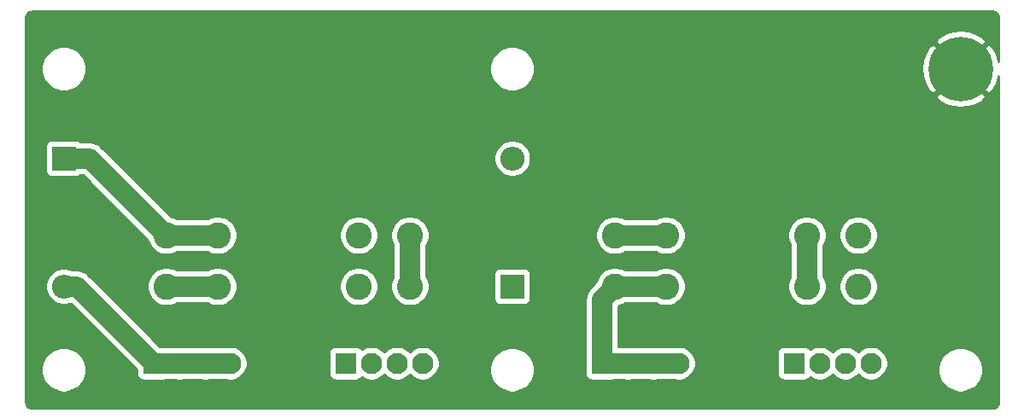
<source format=gbr>
G04 #@! TF.GenerationSoftware,KiCad,Pcbnew,(5.1.5)-3*
G04 #@! TF.CreationDate,2020-04-17T22:42:38-05:00*
G04 #@! TF.ProjectId,Breadboard-Power-Connectors,42726561-6462-46f6-9172-642d506f7765,rev?*
G04 #@! TF.SameCoordinates,Original*
G04 #@! TF.FileFunction,Copper,L1,Top*
G04 #@! TF.FilePolarity,Positive*
%FSLAX46Y46*%
G04 Gerber Fmt 4.6, Leading zero omitted, Abs format (unit mm)*
G04 Created by KiCad (PCBNEW (5.1.5)-3) date 2020-04-17 22:42:38*
%MOMM*%
%LPD*%
G04 APERTURE LIST*
%ADD10R,2.400000X2.400000*%
%ADD11O,2.400000X2.400000*%
%ADD12C,6.400000*%
%ADD13C,2.600000*%
%ADD14R,2.100000X2.100000*%
%ADD15C,2.100000*%
%ADD16C,2.000000*%
%ADD17C,0.254000*%
G04 APERTURE END LIST*
D10*
X101600000Y-72390000D03*
D11*
X101600000Y-85090000D03*
X146050000Y-72390000D03*
D10*
X146050000Y-85090000D03*
D12*
X190500000Y-63500000D03*
D13*
X116840000Y-80010000D03*
X111760000Y-80010000D03*
X116840000Y-85090000D03*
X111760000Y-85090000D03*
D14*
X110490000Y-92710000D03*
D15*
X113030000Y-92710000D03*
X115570000Y-92710000D03*
X118110000Y-92710000D03*
D13*
X130810000Y-85090000D03*
X135890000Y-85090000D03*
X130810000Y-80010000D03*
X135890000Y-80010000D03*
D15*
X137160000Y-92710000D03*
X134620000Y-92710000D03*
X132080000Y-92710000D03*
D14*
X129540000Y-92710000D03*
D13*
X161290000Y-80010000D03*
X156210000Y-80010000D03*
X161290000Y-85090000D03*
X156210000Y-85090000D03*
D14*
X154940000Y-92710000D03*
D15*
X157480000Y-92710000D03*
X160020000Y-92710000D03*
X162560000Y-92710000D03*
D13*
X175260000Y-85090000D03*
X180340000Y-85090000D03*
X175260000Y-80010000D03*
X180340000Y-80010000D03*
D14*
X173990000Y-92710000D03*
D15*
X176530000Y-92710000D03*
X179070000Y-92710000D03*
X181610000Y-92710000D03*
D16*
X104140000Y-72390000D02*
X111760000Y-80010000D01*
X101600000Y-72390000D02*
X104140000Y-72390000D01*
X111760000Y-80010000D02*
X116840000Y-80010000D01*
X111760000Y-85090000D02*
X116840000Y-85090000D01*
X118110000Y-92710000D02*
X115570000Y-92710000D01*
X115570000Y-92710000D02*
X113030000Y-92710000D01*
X110490000Y-92710000D02*
X113030000Y-92710000D01*
X102870000Y-85090000D02*
X110490000Y-92710000D01*
X101600000Y-85090000D02*
X102870000Y-85090000D01*
X135890000Y-80010000D02*
X135890000Y-85090000D01*
X154940000Y-86360000D02*
X156210000Y-85090000D01*
X154940000Y-92710000D02*
X154940000Y-86360000D01*
X154940000Y-92710000D02*
X157480000Y-92710000D01*
X157480000Y-92710000D02*
X160020000Y-92710000D01*
X160020000Y-92710000D02*
X162560000Y-92710000D01*
X156210000Y-85090000D02*
X161290000Y-85090000D01*
X156210000Y-80010000D02*
X161290000Y-80010000D01*
X175260000Y-80010000D02*
X175260000Y-85090000D01*
D17*
G36*
X193792869Y-57824722D02*
G01*
X193906246Y-57858953D01*
X194010819Y-57914555D01*
X194102596Y-57989407D01*
X194178091Y-58080664D01*
X194234419Y-58184844D01*
X194269440Y-58297976D01*
X194285000Y-58446022D01*
X194285000Y-62780986D01*
X194284178Y-62772062D01*
X194069452Y-62047792D01*
X193717555Y-61379330D01*
X193690548Y-61338912D01*
X193200881Y-60978724D01*
X190679605Y-63500000D01*
X193200881Y-66021276D01*
X193690548Y-65661088D01*
X194050849Y-64997118D01*
X194274694Y-64275615D01*
X194285000Y-64177335D01*
X194285001Y-96487711D01*
X194270278Y-96637869D01*
X194236047Y-96751246D01*
X194180446Y-96855817D01*
X194105594Y-96947595D01*
X194014335Y-97023091D01*
X193910160Y-97079419D01*
X193797024Y-97114440D01*
X193648979Y-97130000D01*
X98457279Y-97130000D01*
X98307131Y-97115278D01*
X98193754Y-97081047D01*
X98089183Y-97025446D01*
X97997405Y-96950594D01*
X97921909Y-96859335D01*
X97865581Y-96755160D01*
X97830560Y-96642024D01*
X97815000Y-96493979D01*
X97815000Y-93124872D01*
X99365000Y-93124872D01*
X99365000Y-93565128D01*
X99450890Y-93996925D01*
X99619369Y-94403669D01*
X99863962Y-94769729D01*
X100175271Y-95081038D01*
X100541331Y-95325631D01*
X100948075Y-95494110D01*
X101379872Y-95580000D01*
X101820128Y-95580000D01*
X102251925Y-95494110D01*
X102658669Y-95325631D01*
X103024729Y-95081038D01*
X103336038Y-94769729D01*
X103580631Y-94403669D01*
X103749110Y-93996925D01*
X103835000Y-93565128D01*
X103835000Y-93124872D01*
X103749110Y-92693075D01*
X103580631Y-92286331D01*
X103336038Y-91920271D01*
X103024729Y-91608962D01*
X102658669Y-91364369D01*
X102251925Y-91195890D01*
X101820128Y-91110000D01*
X101379872Y-91110000D01*
X100948075Y-91195890D01*
X100541331Y-91364369D01*
X100175271Y-91608962D01*
X99863962Y-91920271D01*
X99619369Y-92286331D01*
X99450890Y-92693075D01*
X99365000Y-93124872D01*
X97815000Y-93124872D01*
X97815000Y-84909268D01*
X99765000Y-84909268D01*
X99765000Y-85270732D01*
X99835518Y-85625250D01*
X99973844Y-85959199D01*
X100174662Y-86259744D01*
X100430256Y-86515338D01*
X100730801Y-86716156D01*
X101064750Y-86854482D01*
X101419268Y-86925000D01*
X101780732Y-86925000D01*
X102135250Y-86854482D01*
X102267475Y-86799713D01*
X108801928Y-93334167D01*
X108801928Y-93760000D01*
X108814188Y-93884482D01*
X108850498Y-94004180D01*
X108909463Y-94114494D01*
X108988815Y-94211185D01*
X109085506Y-94290537D01*
X109195820Y-94349502D01*
X109315518Y-94385812D01*
X109440000Y-94398072D01*
X111540000Y-94398072D01*
X111664482Y-94385812D01*
X111784180Y-94349502D01*
X111792603Y-94345000D01*
X112612677Y-94345000D01*
X112864042Y-94395000D01*
X113195958Y-94395000D01*
X113447323Y-94345000D01*
X115152677Y-94345000D01*
X115404042Y-94395000D01*
X115735958Y-94395000D01*
X115987323Y-94345000D01*
X117692677Y-94345000D01*
X117944042Y-94395000D01*
X118275958Y-94395000D01*
X118601496Y-94330246D01*
X118908147Y-94203228D01*
X119184125Y-94018825D01*
X119418825Y-93784125D01*
X119603228Y-93508147D01*
X119730246Y-93201496D01*
X119795000Y-92875958D01*
X119795000Y-92544042D01*
X119730246Y-92218504D01*
X119603228Y-91911853D01*
X119434945Y-91660000D01*
X127851928Y-91660000D01*
X127851928Y-93760000D01*
X127864188Y-93884482D01*
X127900498Y-94004180D01*
X127959463Y-94114494D01*
X128038815Y-94211185D01*
X128135506Y-94290537D01*
X128245820Y-94349502D01*
X128365518Y-94385812D01*
X128490000Y-94398072D01*
X130590000Y-94398072D01*
X130714482Y-94385812D01*
X130834180Y-94349502D01*
X130944494Y-94290537D01*
X131041185Y-94211185D01*
X131120537Y-94114494D01*
X131128042Y-94100454D01*
X131281853Y-94203228D01*
X131588504Y-94330246D01*
X131914042Y-94395000D01*
X132245958Y-94395000D01*
X132571496Y-94330246D01*
X132878147Y-94203228D01*
X133154125Y-94018825D01*
X133350000Y-93822950D01*
X133545875Y-94018825D01*
X133821853Y-94203228D01*
X134128504Y-94330246D01*
X134454042Y-94395000D01*
X134785958Y-94395000D01*
X135111496Y-94330246D01*
X135418147Y-94203228D01*
X135694125Y-94018825D01*
X135890000Y-93822950D01*
X136085875Y-94018825D01*
X136361853Y-94203228D01*
X136668504Y-94330246D01*
X136994042Y-94395000D01*
X137325958Y-94395000D01*
X137651496Y-94330246D01*
X137958147Y-94203228D01*
X138234125Y-94018825D01*
X138468825Y-93784125D01*
X138653228Y-93508147D01*
X138780246Y-93201496D01*
X138795487Y-93124872D01*
X143815000Y-93124872D01*
X143815000Y-93565128D01*
X143900890Y-93996925D01*
X144069369Y-94403669D01*
X144313962Y-94769729D01*
X144625271Y-95081038D01*
X144991331Y-95325631D01*
X145398075Y-95494110D01*
X145829872Y-95580000D01*
X146270128Y-95580000D01*
X146701925Y-95494110D01*
X147108669Y-95325631D01*
X147474729Y-95081038D01*
X147786038Y-94769729D01*
X148030631Y-94403669D01*
X148199110Y-93996925D01*
X148285000Y-93565128D01*
X148285000Y-93124872D01*
X148199110Y-92693075D01*
X148030631Y-92286331D01*
X147786038Y-91920271D01*
X147525767Y-91660000D01*
X153251928Y-91660000D01*
X153251928Y-93760000D01*
X153264188Y-93884482D01*
X153300498Y-94004180D01*
X153359463Y-94114494D01*
X153438815Y-94211185D01*
X153535506Y-94290537D01*
X153645820Y-94349502D01*
X153765518Y-94385812D01*
X153890000Y-94398072D01*
X155990000Y-94398072D01*
X156114482Y-94385812D01*
X156234180Y-94349502D01*
X156242603Y-94345000D01*
X157062677Y-94345000D01*
X157314042Y-94395000D01*
X157645958Y-94395000D01*
X157897323Y-94345000D01*
X159602677Y-94345000D01*
X159854042Y-94395000D01*
X160185958Y-94395000D01*
X160437323Y-94345000D01*
X162142677Y-94345000D01*
X162394042Y-94395000D01*
X162725958Y-94395000D01*
X163051496Y-94330246D01*
X163358147Y-94203228D01*
X163634125Y-94018825D01*
X163868825Y-93784125D01*
X164053228Y-93508147D01*
X164180246Y-93201496D01*
X164245000Y-92875958D01*
X164245000Y-92544042D01*
X164180246Y-92218504D01*
X164053228Y-91911853D01*
X163884945Y-91660000D01*
X172301928Y-91660000D01*
X172301928Y-93760000D01*
X172314188Y-93884482D01*
X172350498Y-94004180D01*
X172409463Y-94114494D01*
X172488815Y-94211185D01*
X172585506Y-94290537D01*
X172695820Y-94349502D01*
X172815518Y-94385812D01*
X172940000Y-94398072D01*
X175040000Y-94398072D01*
X175164482Y-94385812D01*
X175284180Y-94349502D01*
X175394494Y-94290537D01*
X175491185Y-94211185D01*
X175570537Y-94114494D01*
X175578042Y-94100454D01*
X175731853Y-94203228D01*
X176038504Y-94330246D01*
X176364042Y-94395000D01*
X176695958Y-94395000D01*
X177021496Y-94330246D01*
X177328147Y-94203228D01*
X177604125Y-94018825D01*
X177800000Y-93822950D01*
X177995875Y-94018825D01*
X178271853Y-94203228D01*
X178578504Y-94330246D01*
X178904042Y-94395000D01*
X179235958Y-94395000D01*
X179561496Y-94330246D01*
X179868147Y-94203228D01*
X180144125Y-94018825D01*
X180340000Y-93822950D01*
X180535875Y-94018825D01*
X180811853Y-94203228D01*
X181118504Y-94330246D01*
X181444042Y-94395000D01*
X181775958Y-94395000D01*
X182101496Y-94330246D01*
X182408147Y-94203228D01*
X182684125Y-94018825D01*
X182918825Y-93784125D01*
X183103228Y-93508147D01*
X183230246Y-93201496D01*
X183245487Y-93124872D01*
X188265000Y-93124872D01*
X188265000Y-93565128D01*
X188350890Y-93996925D01*
X188519369Y-94403669D01*
X188763962Y-94769729D01*
X189075271Y-95081038D01*
X189441331Y-95325631D01*
X189848075Y-95494110D01*
X190279872Y-95580000D01*
X190720128Y-95580000D01*
X191151925Y-95494110D01*
X191558669Y-95325631D01*
X191924729Y-95081038D01*
X192236038Y-94769729D01*
X192480631Y-94403669D01*
X192649110Y-93996925D01*
X192735000Y-93565128D01*
X192735000Y-93124872D01*
X192649110Y-92693075D01*
X192480631Y-92286331D01*
X192236038Y-91920271D01*
X191924729Y-91608962D01*
X191558669Y-91364369D01*
X191151925Y-91195890D01*
X190720128Y-91110000D01*
X190279872Y-91110000D01*
X189848075Y-91195890D01*
X189441331Y-91364369D01*
X189075271Y-91608962D01*
X188763962Y-91920271D01*
X188519369Y-92286331D01*
X188350890Y-92693075D01*
X188265000Y-93124872D01*
X183245487Y-93124872D01*
X183295000Y-92875958D01*
X183295000Y-92544042D01*
X183230246Y-92218504D01*
X183103228Y-91911853D01*
X182918825Y-91635875D01*
X182684125Y-91401175D01*
X182408147Y-91216772D01*
X182101496Y-91089754D01*
X181775958Y-91025000D01*
X181444042Y-91025000D01*
X181118504Y-91089754D01*
X180811853Y-91216772D01*
X180535875Y-91401175D01*
X180340000Y-91597050D01*
X180144125Y-91401175D01*
X179868147Y-91216772D01*
X179561496Y-91089754D01*
X179235958Y-91025000D01*
X178904042Y-91025000D01*
X178578504Y-91089754D01*
X178271853Y-91216772D01*
X177995875Y-91401175D01*
X177800000Y-91597050D01*
X177604125Y-91401175D01*
X177328147Y-91216772D01*
X177021496Y-91089754D01*
X176695958Y-91025000D01*
X176364042Y-91025000D01*
X176038504Y-91089754D01*
X175731853Y-91216772D01*
X175578042Y-91319546D01*
X175570537Y-91305506D01*
X175491185Y-91208815D01*
X175394494Y-91129463D01*
X175284180Y-91070498D01*
X175164482Y-91034188D01*
X175040000Y-91021928D01*
X172940000Y-91021928D01*
X172815518Y-91034188D01*
X172695820Y-91070498D01*
X172585506Y-91129463D01*
X172488815Y-91208815D01*
X172409463Y-91305506D01*
X172350498Y-91415820D01*
X172314188Y-91535518D01*
X172301928Y-91660000D01*
X163884945Y-91660000D01*
X163868825Y-91635875D01*
X163634125Y-91401175D01*
X163358147Y-91216772D01*
X163051496Y-91089754D01*
X162725958Y-91025000D01*
X162394042Y-91025000D01*
X162142677Y-91075000D01*
X160437323Y-91075000D01*
X160185958Y-91025000D01*
X159854042Y-91025000D01*
X159602677Y-91075000D01*
X157897323Y-91075000D01*
X157645958Y-91025000D01*
X157314042Y-91025000D01*
X157062677Y-91075000D01*
X156575000Y-91075000D01*
X156575000Y-87037238D01*
X156633586Y-86978652D01*
X156774419Y-86950639D01*
X157126566Y-86804775D01*
X157245958Y-86725000D01*
X160254042Y-86725000D01*
X160373434Y-86804775D01*
X160725581Y-86950639D01*
X161099419Y-87025000D01*
X161480581Y-87025000D01*
X161854419Y-86950639D01*
X162206566Y-86804775D01*
X162523491Y-86593013D01*
X162793013Y-86323491D01*
X163004775Y-86006566D01*
X163150639Y-85654419D01*
X163225000Y-85280581D01*
X163225000Y-84899419D01*
X163150639Y-84525581D01*
X163004775Y-84173434D01*
X162793013Y-83856509D01*
X162523491Y-83586987D01*
X162206566Y-83375225D01*
X161854419Y-83229361D01*
X161480581Y-83155000D01*
X161099419Y-83155000D01*
X160725581Y-83229361D01*
X160373434Y-83375225D01*
X160254042Y-83455000D01*
X157245958Y-83455000D01*
X157126566Y-83375225D01*
X156774419Y-83229361D01*
X156400581Y-83155000D01*
X156019419Y-83155000D01*
X155645581Y-83229361D01*
X155293434Y-83375225D01*
X154976509Y-83586987D01*
X154706987Y-83856509D01*
X154495225Y-84173434D01*
X154349361Y-84525581D01*
X154321348Y-84666414D01*
X153840682Y-85147080D01*
X153778287Y-85198286D01*
X153710750Y-85280581D01*
X153573970Y-85447248D01*
X153422148Y-85731286D01*
X153328658Y-86039484D01*
X153297089Y-86360000D01*
X153305001Y-86440329D01*
X153305000Y-91407397D01*
X153300498Y-91415820D01*
X153264188Y-91535518D01*
X153251928Y-91660000D01*
X147525767Y-91660000D01*
X147474729Y-91608962D01*
X147108669Y-91364369D01*
X146701925Y-91195890D01*
X146270128Y-91110000D01*
X145829872Y-91110000D01*
X145398075Y-91195890D01*
X144991331Y-91364369D01*
X144625271Y-91608962D01*
X144313962Y-91920271D01*
X144069369Y-92286331D01*
X143900890Y-92693075D01*
X143815000Y-93124872D01*
X138795487Y-93124872D01*
X138845000Y-92875958D01*
X138845000Y-92544042D01*
X138780246Y-92218504D01*
X138653228Y-91911853D01*
X138468825Y-91635875D01*
X138234125Y-91401175D01*
X137958147Y-91216772D01*
X137651496Y-91089754D01*
X137325958Y-91025000D01*
X136994042Y-91025000D01*
X136668504Y-91089754D01*
X136361853Y-91216772D01*
X136085875Y-91401175D01*
X135890000Y-91597050D01*
X135694125Y-91401175D01*
X135418147Y-91216772D01*
X135111496Y-91089754D01*
X134785958Y-91025000D01*
X134454042Y-91025000D01*
X134128504Y-91089754D01*
X133821853Y-91216772D01*
X133545875Y-91401175D01*
X133350000Y-91597050D01*
X133154125Y-91401175D01*
X132878147Y-91216772D01*
X132571496Y-91089754D01*
X132245958Y-91025000D01*
X131914042Y-91025000D01*
X131588504Y-91089754D01*
X131281853Y-91216772D01*
X131128042Y-91319546D01*
X131120537Y-91305506D01*
X131041185Y-91208815D01*
X130944494Y-91129463D01*
X130834180Y-91070498D01*
X130714482Y-91034188D01*
X130590000Y-91021928D01*
X128490000Y-91021928D01*
X128365518Y-91034188D01*
X128245820Y-91070498D01*
X128135506Y-91129463D01*
X128038815Y-91208815D01*
X127959463Y-91305506D01*
X127900498Y-91415820D01*
X127864188Y-91535518D01*
X127851928Y-91660000D01*
X119434945Y-91660000D01*
X119418825Y-91635875D01*
X119184125Y-91401175D01*
X118908147Y-91216772D01*
X118601496Y-91089754D01*
X118275958Y-91025000D01*
X117944042Y-91025000D01*
X117692677Y-91075000D01*
X115987323Y-91075000D01*
X115735958Y-91025000D01*
X115404042Y-91025000D01*
X115152677Y-91075000D01*
X113447323Y-91075000D01*
X113195958Y-91025000D01*
X112864042Y-91025000D01*
X112612677Y-91075000D01*
X111792603Y-91075000D01*
X111784180Y-91070498D01*
X111664482Y-91034188D01*
X111540000Y-91021928D01*
X111114167Y-91021928D01*
X104991658Y-84899419D01*
X109825000Y-84899419D01*
X109825000Y-85280581D01*
X109899361Y-85654419D01*
X110045225Y-86006566D01*
X110256987Y-86323491D01*
X110526509Y-86593013D01*
X110843434Y-86804775D01*
X111195581Y-86950639D01*
X111569419Y-87025000D01*
X111950581Y-87025000D01*
X112324419Y-86950639D01*
X112676566Y-86804775D01*
X112795958Y-86725000D01*
X115804042Y-86725000D01*
X115923434Y-86804775D01*
X116275581Y-86950639D01*
X116649419Y-87025000D01*
X117030581Y-87025000D01*
X117404419Y-86950639D01*
X117756566Y-86804775D01*
X118073491Y-86593013D01*
X118343013Y-86323491D01*
X118554775Y-86006566D01*
X118700639Y-85654419D01*
X118775000Y-85280581D01*
X118775000Y-84899419D01*
X128875000Y-84899419D01*
X128875000Y-85280581D01*
X128949361Y-85654419D01*
X129095225Y-86006566D01*
X129306987Y-86323491D01*
X129576509Y-86593013D01*
X129893434Y-86804775D01*
X130245581Y-86950639D01*
X130619419Y-87025000D01*
X131000581Y-87025000D01*
X131374419Y-86950639D01*
X131726566Y-86804775D01*
X132043491Y-86593013D01*
X132313013Y-86323491D01*
X132524775Y-86006566D01*
X132670639Y-85654419D01*
X132745000Y-85280581D01*
X132745000Y-84899419D01*
X132670639Y-84525581D01*
X132524775Y-84173434D01*
X132313013Y-83856509D01*
X132043491Y-83586987D01*
X131726566Y-83375225D01*
X131374419Y-83229361D01*
X131000581Y-83155000D01*
X130619419Y-83155000D01*
X130245581Y-83229361D01*
X129893434Y-83375225D01*
X129576509Y-83586987D01*
X129306987Y-83856509D01*
X129095225Y-84173434D01*
X128949361Y-84525581D01*
X128875000Y-84899419D01*
X118775000Y-84899419D01*
X118700639Y-84525581D01*
X118554775Y-84173434D01*
X118343013Y-83856509D01*
X118073491Y-83586987D01*
X117756566Y-83375225D01*
X117404419Y-83229361D01*
X117030581Y-83155000D01*
X116649419Y-83155000D01*
X116275581Y-83229361D01*
X115923434Y-83375225D01*
X115804042Y-83455000D01*
X112795958Y-83455000D01*
X112676566Y-83375225D01*
X112324419Y-83229361D01*
X111950581Y-83155000D01*
X111569419Y-83155000D01*
X111195581Y-83229361D01*
X110843434Y-83375225D01*
X110526509Y-83586987D01*
X110256987Y-83856509D01*
X110045225Y-84173434D01*
X109899361Y-84525581D01*
X109825000Y-84899419D01*
X104991658Y-84899419D01*
X104082925Y-83990687D01*
X104031714Y-83928286D01*
X103782752Y-83723969D01*
X103498715Y-83572148D01*
X103190516Y-83478657D01*
X102950322Y-83455000D01*
X102950319Y-83455000D01*
X102870000Y-83447089D01*
X102789681Y-83455000D01*
X102447848Y-83455000D01*
X102135250Y-83325518D01*
X101780732Y-83255000D01*
X101419268Y-83255000D01*
X101064750Y-83325518D01*
X100730801Y-83463844D01*
X100430256Y-83664662D01*
X100174662Y-83920256D01*
X99973844Y-84220801D01*
X99835518Y-84554750D01*
X99765000Y-84909268D01*
X97815000Y-84909268D01*
X97815000Y-71190000D01*
X99761928Y-71190000D01*
X99761928Y-73590000D01*
X99774188Y-73714482D01*
X99810498Y-73834180D01*
X99869463Y-73944494D01*
X99948815Y-74041185D01*
X100045506Y-74120537D01*
X100155820Y-74179502D01*
X100275518Y-74215812D01*
X100400000Y-74228072D01*
X102800000Y-74228072D01*
X102924482Y-74215812D01*
X103044180Y-74179502D01*
X103154494Y-74120537D01*
X103251185Y-74041185D01*
X103264468Y-74025000D01*
X103462762Y-74025000D01*
X109871348Y-80433587D01*
X109899361Y-80574419D01*
X110045225Y-80926566D01*
X110256987Y-81243491D01*
X110526509Y-81513013D01*
X110843434Y-81724775D01*
X111195581Y-81870639D01*
X111569419Y-81945000D01*
X111950581Y-81945000D01*
X112324419Y-81870639D01*
X112676566Y-81724775D01*
X112795958Y-81645000D01*
X115804042Y-81645000D01*
X115923434Y-81724775D01*
X116275581Y-81870639D01*
X116649419Y-81945000D01*
X117030581Y-81945000D01*
X117404419Y-81870639D01*
X117756566Y-81724775D01*
X118073491Y-81513013D01*
X118343013Y-81243491D01*
X118554775Y-80926566D01*
X118700639Y-80574419D01*
X118775000Y-80200581D01*
X118775000Y-79819419D01*
X128875000Y-79819419D01*
X128875000Y-80200581D01*
X128949361Y-80574419D01*
X129095225Y-80926566D01*
X129306987Y-81243491D01*
X129576509Y-81513013D01*
X129893434Y-81724775D01*
X130245581Y-81870639D01*
X130619419Y-81945000D01*
X131000581Y-81945000D01*
X131374419Y-81870639D01*
X131726566Y-81724775D01*
X132043491Y-81513013D01*
X132313013Y-81243491D01*
X132524775Y-80926566D01*
X132670639Y-80574419D01*
X132745000Y-80200581D01*
X132745000Y-79819419D01*
X133955000Y-79819419D01*
X133955000Y-80200581D01*
X134029361Y-80574419D01*
X134175225Y-80926566D01*
X134255000Y-81045958D01*
X134255001Y-84054041D01*
X134175225Y-84173434D01*
X134029361Y-84525581D01*
X133955000Y-84899419D01*
X133955000Y-85280581D01*
X134029361Y-85654419D01*
X134175225Y-86006566D01*
X134386987Y-86323491D01*
X134656509Y-86593013D01*
X134973434Y-86804775D01*
X135325581Y-86950639D01*
X135699419Y-87025000D01*
X136080581Y-87025000D01*
X136454419Y-86950639D01*
X136806566Y-86804775D01*
X137123491Y-86593013D01*
X137393013Y-86323491D01*
X137604775Y-86006566D01*
X137750639Y-85654419D01*
X137825000Y-85280581D01*
X137825000Y-84899419D01*
X137750639Y-84525581D01*
X137604775Y-84173434D01*
X137525000Y-84054042D01*
X137525000Y-83890000D01*
X144211928Y-83890000D01*
X144211928Y-86290000D01*
X144224188Y-86414482D01*
X144260498Y-86534180D01*
X144319463Y-86644494D01*
X144398815Y-86741185D01*
X144495506Y-86820537D01*
X144605820Y-86879502D01*
X144725518Y-86915812D01*
X144850000Y-86928072D01*
X147250000Y-86928072D01*
X147374482Y-86915812D01*
X147494180Y-86879502D01*
X147604494Y-86820537D01*
X147701185Y-86741185D01*
X147780537Y-86644494D01*
X147839502Y-86534180D01*
X147875812Y-86414482D01*
X147888072Y-86290000D01*
X147888072Y-83890000D01*
X147875812Y-83765518D01*
X147839502Y-83645820D01*
X147780537Y-83535506D01*
X147701185Y-83438815D01*
X147604494Y-83359463D01*
X147494180Y-83300498D01*
X147374482Y-83264188D01*
X147250000Y-83251928D01*
X144850000Y-83251928D01*
X144725518Y-83264188D01*
X144605820Y-83300498D01*
X144495506Y-83359463D01*
X144398815Y-83438815D01*
X144319463Y-83535506D01*
X144260498Y-83645820D01*
X144224188Y-83765518D01*
X144211928Y-83890000D01*
X137525000Y-83890000D01*
X137525000Y-81045958D01*
X137604775Y-80926566D01*
X137750639Y-80574419D01*
X137825000Y-80200581D01*
X137825000Y-79819419D01*
X154275000Y-79819419D01*
X154275000Y-80200581D01*
X154349361Y-80574419D01*
X154495225Y-80926566D01*
X154706987Y-81243491D01*
X154976509Y-81513013D01*
X155293434Y-81724775D01*
X155645581Y-81870639D01*
X156019419Y-81945000D01*
X156400581Y-81945000D01*
X156774419Y-81870639D01*
X157126566Y-81724775D01*
X157245958Y-81645000D01*
X160254042Y-81645000D01*
X160373434Y-81724775D01*
X160725581Y-81870639D01*
X161099419Y-81945000D01*
X161480581Y-81945000D01*
X161854419Y-81870639D01*
X162206566Y-81724775D01*
X162523491Y-81513013D01*
X162793013Y-81243491D01*
X163004775Y-80926566D01*
X163150639Y-80574419D01*
X163225000Y-80200581D01*
X163225000Y-79819419D01*
X173325000Y-79819419D01*
X173325000Y-80200581D01*
X173399361Y-80574419D01*
X173545225Y-80926566D01*
X173625000Y-81045958D01*
X173625001Y-84054041D01*
X173545225Y-84173434D01*
X173399361Y-84525581D01*
X173325000Y-84899419D01*
X173325000Y-85280581D01*
X173399361Y-85654419D01*
X173545225Y-86006566D01*
X173756987Y-86323491D01*
X174026509Y-86593013D01*
X174343434Y-86804775D01*
X174695581Y-86950639D01*
X175069419Y-87025000D01*
X175450581Y-87025000D01*
X175824419Y-86950639D01*
X176176566Y-86804775D01*
X176493491Y-86593013D01*
X176763013Y-86323491D01*
X176974775Y-86006566D01*
X177120639Y-85654419D01*
X177195000Y-85280581D01*
X177195000Y-84899419D01*
X178405000Y-84899419D01*
X178405000Y-85280581D01*
X178479361Y-85654419D01*
X178625225Y-86006566D01*
X178836987Y-86323491D01*
X179106509Y-86593013D01*
X179423434Y-86804775D01*
X179775581Y-86950639D01*
X180149419Y-87025000D01*
X180530581Y-87025000D01*
X180904419Y-86950639D01*
X181256566Y-86804775D01*
X181573491Y-86593013D01*
X181843013Y-86323491D01*
X182054775Y-86006566D01*
X182200639Y-85654419D01*
X182275000Y-85280581D01*
X182275000Y-84899419D01*
X182200639Y-84525581D01*
X182054775Y-84173434D01*
X181843013Y-83856509D01*
X181573491Y-83586987D01*
X181256566Y-83375225D01*
X180904419Y-83229361D01*
X180530581Y-83155000D01*
X180149419Y-83155000D01*
X179775581Y-83229361D01*
X179423434Y-83375225D01*
X179106509Y-83586987D01*
X178836987Y-83856509D01*
X178625225Y-84173434D01*
X178479361Y-84525581D01*
X178405000Y-84899419D01*
X177195000Y-84899419D01*
X177120639Y-84525581D01*
X176974775Y-84173434D01*
X176895000Y-84054042D01*
X176895000Y-81045958D01*
X176974775Y-80926566D01*
X177120639Y-80574419D01*
X177195000Y-80200581D01*
X177195000Y-79819419D01*
X178405000Y-79819419D01*
X178405000Y-80200581D01*
X178479361Y-80574419D01*
X178625225Y-80926566D01*
X178836987Y-81243491D01*
X179106509Y-81513013D01*
X179423434Y-81724775D01*
X179775581Y-81870639D01*
X180149419Y-81945000D01*
X180530581Y-81945000D01*
X180904419Y-81870639D01*
X181256566Y-81724775D01*
X181573491Y-81513013D01*
X181843013Y-81243491D01*
X182054775Y-80926566D01*
X182200639Y-80574419D01*
X182275000Y-80200581D01*
X182275000Y-79819419D01*
X182200639Y-79445581D01*
X182054775Y-79093434D01*
X181843013Y-78776509D01*
X181573491Y-78506987D01*
X181256566Y-78295225D01*
X180904419Y-78149361D01*
X180530581Y-78075000D01*
X180149419Y-78075000D01*
X179775581Y-78149361D01*
X179423434Y-78295225D01*
X179106509Y-78506987D01*
X178836987Y-78776509D01*
X178625225Y-79093434D01*
X178479361Y-79445581D01*
X178405000Y-79819419D01*
X177195000Y-79819419D01*
X177120639Y-79445581D01*
X176974775Y-79093434D01*
X176763013Y-78776509D01*
X176493491Y-78506987D01*
X176176566Y-78295225D01*
X175824419Y-78149361D01*
X175450581Y-78075000D01*
X175069419Y-78075000D01*
X174695581Y-78149361D01*
X174343434Y-78295225D01*
X174026509Y-78506987D01*
X173756987Y-78776509D01*
X173545225Y-79093434D01*
X173399361Y-79445581D01*
X173325000Y-79819419D01*
X163225000Y-79819419D01*
X163150639Y-79445581D01*
X163004775Y-79093434D01*
X162793013Y-78776509D01*
X162523491Y-78506987D01*
X162206566Y-78295225D01*
X161854419Y-78149361D01*
X161480581Y-78075000D01*
X161099419Y-78075000D01*
X160725581Y-78149361D01*
X160373434Y-78295225D01*
X160254042Y-78375000D01*
X157245958Y-78375000D01*
X157126566Y-78295225D01*
X156774419Y-78149361D01*
X156400581Y-78075000D01*
X156019419Y-78075000D01*
X155645581Y-78149361D01*
X155293434Y-78295225D01*
X154976509Y-78506987D01*
X154706987Y-78776509D01*
X154495225Y-79093434D01*
X154349361Y-79445581D01*
X154275000Y-79819419D01*
X137825000Y-79819419D01*
X137750639Y-79445581D01*
X137604775Y-79093434D01*
X137393013Y-78776509D01*
X137123491Y-78506987D01*
X136806566Y-78295225D01*
X136454419Y-78149361D01*
X136080581Y-78075000D01*
X135699419Y-78075000D01*
X135325581Y-78149361D01*
X134973434Y-78295225D01*
X134656509Y-78506987D01*
X134386987Y-78776509D01*
X134175225Y-79093434D01*
X134029361Y-79445581D01*
X133955000Y-79819419D01*
X132745000Y-79819419D01*
X132670639Y-79445581D01*
X132524775Y-79093434D01*
X132313013Y-78776509D01*
X132043491Y-78506987D01*
X131726566Y-78295225D01*
X131374419Y-78149361D01*
X131000581Y-78075000D01*
X130619419Y-78075000D01*
X130245581Y-78149361D01*
X129893434Y-78295225D01*
X129576509Y-78506987D01*
X129306987Y-78776509D01*
X129095225Y-79093434D01*
X128949361Y-79445581D01*
X128875000Y-79819419D01*
X118775000Y-79819419D01*
X118700639Y-79445581D01*
X118554775Y-79093434D01*
X118343013Y-78776509D01*
X118073491Y-78506987D01*
X117756566Y-78295225D01*
X117404419Y-78149361D01*
X117030581Y-78075000D01*
X116649419Y-78075000D01*
X116275581Y-78149361D01*
X115923434Y-78295225D01*
X115804042Y-78375000D01*
X112795958Y-78375000D01*
X112676566Y-78295225D01*
X112324419Y-78149361D01*
X112183587Y-78121348D01*
X106271507Y-72209268D01*
X144215000Y-72209268D01*
X144215000Y-72570732D01*
X144285518Y-72925250D01*
X144423844Y-73259199D01*
X144624662Y-73559744D01*
X144880256Y-73815338D01*
X145180801Y-74016156D01*
X145514750Y-74154482D01*
X145869268Y-74225000D01*
X146230732Y-74225000D01*
X146585250Y-74154482D01*
X146919199Y-74016156D01*
X147219744Y-73815338D01*
X147475338Y-73559744D01*
X147676156Y-73259199D01*
X147814482Y-72925250D01*
X147885000Y-72570732D01*
X147885000Y-72209268D01*
X147814482Y-71854750D01*
X147676156Y-71520801D01*
X147475338Y-71220256D01*
X147219744Y-70964662D01*
X146919199Y-70763844D01*
X146585250Y-70625518D01*
X146230732Y-70555000D01*
X145869268Y-70555000D01*
X145514750Y-70625518D01*
X145180801Y-70763844D01*
X144880256Y-70964662D01*
X144624662Y-71220256D01*
X144423844Y-71520801D01*
X144285518Y-71854750D01*
X144215000Y-72209268D01*
X106271507Y-72209268D01*
X105352925Y-71290687D01*
X105301714Y-71228286D01*
X105052752Y-71023969D01*
X104768715Y-70872148D01*
X104460516Y-70778657D01*
X104220322Y-70755000D01*
X104220319Y-70755000D01*
X104140000Y-70747089D01*
X104059681Y-70755000D01*
X103264468Y-70755000D01*
X103251185Y-70738815D01*
X103154494Y-70659463D01*
X103044180Y-70600498D01*
X102924482Y-70564188D01*
X102800000Y-70551928D01*
X100400000Y-70551928D01*
X100275518Y-70564188D01*
X100155820Y-70600498D01*
X100045506Y-70659463D01*
X99948815Y-70738815D01*
X99869463Y-70835506D01*
X99810498Y-70945820D01*
X99774188Y-71065518D01*
X99761928Y-71190000D01*
X97815000Y-71190000D01*
X97815000Y-66200881D01*
X187978724Y-66200881D01*
X188338912Y-66690548D01*
X189002882Y-67050849D01*
X189724385Y-67274694D01*
X190475695Y-67353480D01*
X191227938Y-67284178D01*
X191952208Y-67069452D01*
X192620670Y-66717555D01*
X192661088Y-66690548D01*
X193021276Y-66200881D01*
X190500000Y-63679605D01*
X187978724Y-66200881D01*
X97815000Y-66200881D01*
X97815000Y-63279872D01*
X99365000Y-63279872D01*
X99365000Y-63720128D01*
X99450890Y-64151925D01*
X99619369Y-64558669D01*
X99863962Y-64924729D01*
X100175271Y-65236038D01*
X100541331Y-65480631D01*
X100948075Y-65649110D01*
X101379872Y-65735000D01*
X101820128Y-65735000D01*
X102251925Y-65649110D01*
X102658669Y-65480631D01*
X103024729Y-65236038D01*
X103336038Y-64924729D01*
X103580631Y-64558669D01*
X103749110Y-64151925D01*
X103835000Y-63720128D01*
X103835000Y-63279872D01*
X143815000Y-63279872D01*
X143815000Y-63720128D01*
X143900890Y-64151925D01*
X144069369Y-64558669D01*
X144313962Y-64924729D01*
X144625271Y-65236038D01*
X144991331Y-65480631D01*
X145398075Y-65649110D01*
X145829872Y-65735000D01*
X146270128Y-65735000D01*
X146701925Y-65649110D01*
X147108669Y-65480631D01*
X147474729Y-65236038D01*
X147786038Y-64924729D01*
X148030631Y-64558669D01*
X148199110Y-64151925D01*
X148285000Y-63720128D01*
X148285000Y-63475695D01*
X186646520Y-63475695D01*
X186715822Y-64227938D01*
X186930548Y-64952208D01*
X187282445Y-65620670D01*
X187309452Y-65661088D01*
X187799119Y-66021276D01*
X190320395Y-63500000D01*
X187799119Y-60978724D01*
X187309452Y-61338912D01*
X186949151Y-62002882D01*
X186725306Y-62724385D01*
X186646520Y-63475695D01*
X148285000Y-63475695D01*
X148285000Y-63279872D01*
X148199110Y-62848075D01*
X148030631Y-62441331D01*
X147786038Y-62075271D01*
X147474729Y-61763962D01*
X147108669Y-61519369D01*
X146701925Y-61350890D01*
X146270128Y-61265000D01*
X145829872Y-61265000D01*
X145398075Y-61350890D01*
X144991331Y-61519369D01*
X144625271Y-61763962D01*
X144313962Y-62075271D01*
X144069369Y-62441331D01*
X143900890Y-62848075D01*
X143815000Y-63279872D01*
X103835000Y-63279872D01*
X103749110Y-62848075D01*
X103580631Y-62441331D01*
X103336038Y-62075271D01*
X103024729Y-61763962D01*
X102658669Y-61519369D01*
X102251925Y-61350890D01*
X101820128Y-61265000D01*
X101379872Y-61265000D01*
X100948075Y-61350890D01*
X100541331Y-61519369D01*
X100175271Y-61763962D01*
X99863962Y-62075271D01*
X99619369Y-62441331D01*
X99450890Y-62848075D01*
X99365000Y-63279872D01*
X97815000Y-63279872D01*
X97815000Y-60799119D01*
X187978724Y-60799119D01*
X190500000Y-63320395D01*
X193021276Y-60799119D01*
X192661088Y-60309452D01*
X191997118Y-59949151D01*
X191275615Y-59725306D01*
X190524305Y-59646520D01*
X189772062Y-59715822D01*
X189047792Y-59930548D01*
X188379330Y-60282445D01*
X188338912Y-60309452D01*
X187978724Y-60799119D01*
X97815000Y-60799119D01*
X97815000Y-58452279D01*
X97829722Y-58302131D01*
X97863953Y-58188754D01*
X97919555Y-58084181D01*
X97994407Y-57992404D01*
X98085664Y-57916909D01*
X98189844Y-57860581D01*
X98302976Y-57825560D01*
X98451022Y-57810000D01*
X193642721Y-57810000D01*
X193792869Y-57824722D01*
G37*
X193792869Y-57824722D02*
X193906246Y-57858953D01*
X194010819Y-57914555D01*
X194102596Y-57989407D01*
X194178091Y-58080664D01*
X194234419Y-58184844D01*
X194269440Y-58297976D01*
X194285000Y-58446022D01*
X194285000Y-62780986D01*
X194284178Y-62772062D01*
X194069452Y-62047792D01*
X193717555Y-61379330D01*
X193690548Y-61338912D01*
X193200881Y-60978724D01*
X190679605Y-63500000D01*
X193200881Y-66021276D01*
X193690548Y-65661088D01*
X194050849Y-64997118D01*
X194274694Y-64275615D01*
X194285000Y-64177335D01*
X194285001Y-96487711D01*
X194270278Y-96637869D01*
X194236047Y-96751246D01*
X194180446Y-96855817D01*
X194105594Y-96947595D01*
X194014335Y-97023091D01*
X193910160Y-97079419D01*
X193797024Y-97114440D01*
X193648979Y-97130000D01*
X98457279Y-97130000D01*
X98307131Y-97115278D01*
X98193754Y-97081047D01*
X98089183Y-97025446D01*
X97997405Y-96950594D01*
X97921909Y-96859335D01*
X97865581Y-96755160D01*
X97830560Y-96642024D01*
X97815000Y-96493979D01*
X97815000Y-93124872D01*
X99365000Y-93124872D01*
X99365000Y-93565128D01*
X99450890Y-93996925D01*
X99619369Y-94403669D01*
X99863962Y-94769729D01*
X100175271Y-95081038D01*
X100541331Y-95325631D01*
X100948075Y-95494110D01*
X101379872Y-95580000D01*
X101820128Y-95580000D01*
X102251925Y-95494110D01*
X102658669Y-95325631D01*
X103024729Y-95081038D01*
X103336038Y-94769729D01*
X103580631Y-94403669D01*
X103749110Y-93996925D01*
X103835000Y-93565128D01*
X103835000Y-93124872D01*
X103749110Y-92693075D01*
X103580631Y-92286331D01*
X103336038Y-91920271D01*
X103024729Y-91608962D01*
X102658669Y-91364369D01*
X102251925Y-91195890D01*
X101820128Y-91110000D01*
X101379872Y-91110000D01*
X100948075Y-91195890D01*
X100541331Y-91364369D01*
X100175271Y-91608962D01*
X99863962Y-91920271D01*
X99619369Y-92286331D01*
X99450890Y-92693075D01*
X99365000Y-93124872D01*
X97815000Y-93124872D01*
X97815000Y-84909268D01*
X99765000Y-84909268D01*
X99765000Y-85270732D01*
X99835518Y-85625250D01*
X99973844Y-85959199D01*
X100174662Y-86259744D01*
X100430256Y-86515338D01*
X100730801Y-86716156D01*
X101064750Y-86854482D01*
X101419268Y-86925000D01*
X101780732Y-86925000D01*
X102135250Y-86854482D01*
X102267475Y-86799713D01*
X108801928Y-93334167D01*
X108801928Y-93760000D01*
X108814188Y-93884482D01*
X108850498Y-94004180D01*
X108909463Y-94114494D01*
X108988815Y-94211185D01*
X109085506Y-94290537D01*
X109195820Y-94349502D01*
X109315518Y-94385812D01*
X109440000Y-94398072D01*
X111540000Y-94398072D01*
X111664482Y-94385812D01*
X111784180Y-94349502D01*
X111792603Y-94345000D01*
X112612677Y-94345000D01*
X112864042Y-94395000D01*
X113195958Y-94395000D01*
X113447323Y-94345000D01*
X115152677Y-94345000D01*
X115404042Y-94395000D01*
X115735958Y-94395000D01*
X115987323Y-94345000D01*
X117692677Y-94345000D01*
X117944042Y-94395000D01*
X118275958Y-94395000D01*
X118601496Y-94330246D01*
X118908147Y-94203228D01*
X119184125Y-94018825D01*
X119418825Y-93784125D01*
X119603228Y-93508147D01*
X119730246Y-93201496D01*
X119795000Y-92875958D01*
X119795000Y-92544042D01*
X119730246Y-92218504D01*
X119603228Y-91911853D01*
X119434945Y-91660000D01*
X127851928Y-91660000D01*
X127851928Y-93760000D01*
X127864188Y-93884482D01*
X127900498Y-94004180D01*
X127959463Y-94114494D01*
X128038815Y-94211185D01*
X128135506Y-94290537D01*
X128245820Y-94349502D01*
X128365518Y-94385812D01*
X128490000Y-94398072D01*
X130590000Y-94398072D01*
X130714482Y-94385812D01*
X130834180Y-94349502D01*
X130944494Y-94290537D01*
X131041185Y-94211185D01*
X131120537Y-94114494D01*
X131128042Y-94100454D01*
X131281853Y-94203228D01*
X131588504Y-94330246D01*
X131914042Y-94395000D01*
X132245958Y-94395000D01*
X132571496Y-94330246D01*
X132878147Y-94203228D01*
X133154125Y-94018825D01*
X133350000Y-93822950D01*
X133545875Y-94018825D01*
X133821853Y-94203228D01*
X134128504Y-94330246D01*
X134454042Y-94395000D01*
X134785958Y-94395000D01*
X135111496Y-94330246D01*
X135418147Y-94203228D01*
X135694125Y-94018825D01*
X135890000Y-93822950D01*
X136085875Y-94018825D01*
X136361853Y-94203228D01*
X136668504Y-94330246D01*
X136994042Y-94395000D01*
X137325958Y-94395000D01*
X137651496Y-94330246D01*
X137958147Y-94203228D01*
X138234125Y-94018825D01*
X138468825Y-93784125D01*
X138653228Y-93508147D01*
X138780246Y-93201496D01*
X138795487Y-93124872D01*
X143815000Y-93124872D01*
X143815000Y-93565128D01*
X143900890Y-93996925D01*
X144069369Y-94403669D01*
X144313962Y-94769729D01*
X144625271Y-95081038D01*
X144991331Y-95325631D01*
X145398075Y-95494110D01*
X145829872Y-95580000D01*
X146270128Y-95580000D01*
X146701925Y-95494110D01*
X147108669Y-95325631D01*
X147474729Y-95081038D01*
X147786038Y-94769729D01*
X148030631Y-94403669D01*
X148199110Y-93996925D01*
X148285000Y-93565128D01*
X148285000Y-93124872D01*
X148199110Y-92693075D01*
X148030631Y-92286331D01*
X147786038Y-91920271D01*
X147525767Y-91660000D01*
X153251928Y-91660000D01*
X153251928Y-93760000D01*
X153264188Y-93884482D01*
X153300498Y-94004180D01*
X153359463Y-94114494D01*
X153438815Y-94211185D01*
X153535506Y-94290537D01*
X153645820Y-94349502D01*
X153765518Y-94385812D01*
X153890000Y-94398072D01*
X155990000Y-94398072D01*
X156114482Y-94385812D01*
X156234180Y-94349502D01*
X156242603Y-94345000D01*
X157062677Y-94345000D01*
X157314042Y-94395000D01*
X157645958Y-94395000D01*
X157897323Y-94345000D01*
X159602677Y-94345000D01*
X159854042Y-94395000D01*
X160185958Y-94395000D01*
X160437323Y-94345000D01*
X162142677Y-94345000D01*
X162394042Y-94395000D01*
X162725958Y-94395000D01*
X163051496Y-94330246D01*
X163358147Y-94203228D01*
X163634125Y-94018825D01*
X163868825Y-93784125D01*
X164053228Y-93508147D01*
X164180246Y-93201496D01*
X164245000Y-92875958D01*
X164245000Y-92544042D01*
X164180246Y-92218504D01*
X164053228Y-91911853D01*
X163884945Y-91660000D01*
X172301928Y-91660000D01*
X172301928Y-93760000D01*
X172314188Y-93884482D01*
X172350498Y-94004180D01*
X172409463Y-94114494D01*
X172488815Y-94211185D01*
X172585506Y-94290537D01*
X172695820Y-94349502D01*
X172815518Y-94385812D01*
X172940000Y-94398072D01*
X175040000Y-94398072D01*
X175164482Y-94385812D01*
X175284180Y-94349502D01*
X175394494Y-94290537D01*
X175491185Y-94211185D01*
X175570537Y-94114494D01*
X175578042Y-94100454D01*
X175731853Y-94203228D01*
X176038504Y-94330246D01*
X176364042Y-94395000D01*
X176695958Y-94395000D01*
X177021496Y-94330246D01*
X177328147Y-94203228D01*
X177604125Y-94018825D01*
X177800000Y-93822950D01*
X177995875Y-94018825D01*
X178271853Y-94203228D01*
X178578504Y-94330246D01*
X178904042Y-94395000D01*
X179235958Y-94395000D01*
X179561496Y-94330246D01*
X179868147Y-94203228D01*
X180144125Y-94018825D01*
X180340000Y-93822950D01*
X180535875Y-94018825D01*
X180811853Y-94203228D01*
X181118504Y-94330246D01*
X181444042Y-94395000D01*
X181775958Y-94395000D01*
X182101496Y-94330246D01*
X182408147Y-94203228D01*
X182684125Y-94018825D01*
X182918825Y-93784125D01*
X183103228Y-93508147D01*
X183230246Y-93201496D01*
X183245487Y-93124872D01*
X188265000Y-93124872D01*
X188265000Y-93565128D01*
X188350890Y-93996925D01*
X188519369Y-94403669D01*
X188763962Y-94769729D01*
X189075271Y-95081038D01*
X189441331Y-95325631D01*
X189848075Y-95494110D01*
X190279872Y-95580000D01*
X190720128Y-95580000D01*
X191151925Y-95494110D01*
X191558669Y-95325631D01*
X191924729Y-95081038D01*
X192236038Y-94769729D01*
X192480631Y-94403669D01*
X192649110Y-93996925D01*
X192735000Y-93565128D01*
X192735000Y-93124872D01*
X192649110Y-92693075D01*
X192480631Y-92286331D01*
X192236038Y-91920271D01*
X191924729Y-91608962D01*
X191558669Y-91364369D01*
X191151925Y-91195890D01*
X190720128Y-91110000D01*
X190279872Y-91110000D01*
X189848075Y-91195890D01*
X189441331Y-91364369D01*
X189075271Y-91608962D01*
X188763962Y-91920271D01*
X188519369Y-92286331D01*
X188350890Y-92693075D01*
X188265000Y-93124872D01*
X183245487Y-93124872D01*
X183295000Y-92875958D01*
X183295000Y-92544042D01*
X183230246Y-92218504D01*
X183103228Y-91911853D01*
X182918825Y-91635875D01*
X182684125Y-91401175D01*
X182408147Y-91216772D01*
X182101496Y-91089754D01*
X181775958Y-91025000D01*
X181444042Y-91025000D01*
X181118504Y-91089754D01*
X180811853Y-91216772D01*
X180535875Y-91401175D01*
X180340000Y-91597050D01*
X180144125Y-91401175D01*
X179868147Y-91216772D01*
X179561496Y-91089754D01*
X179235958Y-91025000D01*
X178904042Y-91025000D01*
X178578504Y-91089754D01*
X178271853Y-91216772D01*
X177995875Y-91401175D01*
X177800000Y-91597050D01*
X177604125Y-91401175D01*
X177328147Y-91216772D01*
X177021496Y-91089754D01*
X176695958Y-91025000D01*
X176364042Y-91025000D01*
X176038504Y-91089754D01*
X175731853Y-91216772D01*
X175578042Y-91319546D01*
X175570537Y-91305506D01*
X175491185Y-91208815D01*
X175394494Y-91129463D01*
X175284180Y-91070498D01*
X175164482Y-91034188D01*
X175040000Y-91021928D01*
X172940000Y-91021928D01*
X172815518Y-91034188D01*
X172695820Y-91070498D01*
X172585506Y-91129463D01*
X172488815Y-91208815D01*
X172409463Y-91305506D01*
X172350498Y-91415820D01*
X172314188Y-91535518D01*
X172301928Y-91660000D01*
X163884945Y-91660000D01*
X163868825Y-91635875D01*
X163634125Y-91401175D01*
X163358147Y-91216772D01*
X163051496Y-91089754D01*
X162725958Y-91025000D01*
X162394042Y-91025000D01*
X162142677Y-91075000D01*
X160437323Y-91075000D01*
X160185958Y-91025000D01*
X159854042Y-91025000D01*
X159602677Y-91075000D01*
X157897323Y-91075000D01*
X157645958Y-91025000D01*
X157314042Y-91025000D01*
X157062677Y-91075000D01*
X156575000Y-91075000D01*
X156575000Y-87037238D01*
X156633586Y-86978652D01*
X156774419Y-86950639D01*
X157126566Y-86804775D01*
X157245958Y-86725000D01*
X160254042Y-86725000D01*
X160373434Y-86804775D01*
X160725581Y-86950639D01*
X161099419Y-87025000D01*
X161480581Y-87025000D01*
X161854419Y-86950639D01*
X162206566Y-86804775D01*
X162523491Y-86593013D01*
X162793013Y-86323491D01*
X163004775Y-86006566D01*
X163150639Y-85654419D01*
X163225000Y-85280581D01*
X163225000Y-84899419D01*
X163150639Y-84525581D01*
X163004775Y-84173434D01*
X162793013Y-83856509D01*
X162523491Y-83586987D01*
X162206566Y-83375225D01*
X161854419Y-83229361D01*
X161480581Y-83155000D01*
X161099419Y-83155000D01*
X160725581Y-83229361D01*
X160373434Y-83375225D01*
X160254042Y-83455000D01*
X157245958Y-83455000D01*
X157126566Y-83375225D01*
X156774419Y-83229361D01*
X156400581Y-83155000D01*
X156019419Y-83155000D01*
X155645581Y-83229361D01*
X155293434Y-83375225D01*
X154976509Y-83586987D01*
X154706987Y-83856509D01*
X154495225Y-84173434D01*
X154349361Y-84525581D01*
X154321348Y-84666414D01*
X153840682Y-85147080D01*
X153778287Y-85198286D01*
X153710750Y-85280581D01*
X153573970Y-85447248D01*
X153422148Y-85731286D01*
X153328658Y-86039484D01*
X153297089Y-86360000D01*
X153305001Y-86440329D01*
X153305000Y-91407397D01*
X153300498Y-91415820D01*
X153264188Y-91535518D01*
X153251928Y-91660000D01*
X147525767Y-91660000D01*
X147474729Y-91608962D01*
X147108669Y-91364369D01*
X146701925Y-91195890D01*
X146270128Y-91110000D01*
X145829872Y-91110000D01*
X145398075Y-91195890D01*
X144991331Y-91364369D01*
X144625271Y-91608962D01*
X144313962Y-91920271D01*
X144069369Y-92286331D01*
X143900890Y-92693075D01*
X143815000Y-93124872D01*
X138795487Y-93124872D01*
X138845000Y-92875958D01*
X138845000Y-92544042D01*
X138780246Y-92218504D01*
X138653228Y-91911853D01*
X138468825Y-91635875D01*
X138234125Y-91401175D01*
X137958147Y-91216772D01*
X137651496Y-91089754D01*
X137325958Y-91025000D01*
X136994042Y-91025000D01*
X136668504Y-91089754D01*
X136361853Y-91216772D01*
X136085875Y-91401175D01*
X135890000Y-91597050D01*
X135694125Y-91401175D01*
X135418147Y-91216772D01*
X135111496Y-91089754D01*
X134785958Y-91025000D01*
X134454042Y-91025000D01*
X134128504Y-91089754D01*
X133821853Y-91216772D01*
X133545875Y-91401175D01*
X133350000Y-91597050D01*
X133154125Y-91401175D01*
X132878147Y-91216772D01*
X132571496Y-91089754D01*
X132245958Y-91025000D01*
X131914042Y-91025000D01*
X131588504Y-91089754D01*
X131281853Y-91216772D01*
X131128042Y-91319546D01*
X131120537Y-91305506D01*
X131041185Y-91208815D01*
X130944494Y-91129463D01*
X130834180Y-91070498D01*
X130714482Y-91034188D01*
X130590000Y-91021928D01*
X128490000Y-91021928D01*
X128365518Y-91034188D01*
X128245820Y-91070498D01*
X128135506Y-91129463D01*
X128038815Y-91208815D01*
X127959463Y-91305506D01*
X127900498Y-91415820D01*
X127864188Y-91535518D01*
X127851928Y-91660000D01*
X119434945Y-91660000D01*
X119418825Y-91635875D01*
X119184125Y-91401175D01*
X118908147Y-91216772D01*
X118601496Y-91089754D01*
X118275958Y-91025000D01*
X117944042Y-91025000D01*
X117692677Y-91075000D01*
X115987323Y-91075000D01*
X115735958Y-91025000D01*
X115404042Y-91025000D01*
X115152677Y-91075000D01*
X113447323Y-91075000D01*
X113195958Y-91025000D01*
X112864042Y-91025000D01*
X112612677Y-91075000D01*
X111792603Y-91075000D01*
X111784180Y-91070498D01*
X111664482Y-91034188D01*
X111540000Y-91021928D01*
X111114167Y-91021928D01*
X104991658Y-84899419D01*
X109825000Y-84899419D01*
X109825000Y-85280581D01*
X109899361Y-85654419D01*
X110045225Y-86006566D01*
X110256987Y-86323491D01*
X110526509Y-86593013D01*
X110843434Y-86804775D01*
X111195581Y-86950639D01*
X111569419Y-87025000D01*
X111950581Y-87025000D01*
X112324419Y-86950639D01*
X112676566Y-86804775D01*
X112795958Y-86725000D01*
X115804042Y-86725000D01*
X115923434Y-86804775D01*
X116275581Y-86950639D01*
X116649419Y-87025000D01*
X117030581Y-87025000D01*
X117404419Y-86950639D01*
X117756566Y-86804775D01*
X118073491Y-86593013D01*
X118343013Y-86323491D01*
X118554775Y-86006566D01*
X118700639Y-85654419D01*
X118775000Y-85280581D01*
X118775000Y-84899419D01*
X128875000Y-84899419D01*
X128875000Y-85280581D01*
X128949361Y-85654419D01*
X129095225Y-86006566D01*
X129306987Y-86323491D01*
X129576509Y-86593013D01*
X129893434Y-86804775D01*
X130245581Y-86950639D01*
X130619419Y-87025000D01*
X131000581Y-87025000D01*
X131374419Y-86950639D01*
X131726566Y-86804775D01*
X132043491Y-86593013D01*
X132313013Y-86323491D01*
X132524775Y-86006566D01*
X132670639Y-85654419D01*
X132745000Y-85280581D01*
X132745000Y-84899419D01*
X132670639Y-84525581D01*
X132524775Y-84173434D01*
X132313013Y-83856509D01*
X132043491Y-83586987D01*
X131726566Y-83375225D01*
X131374419Y-83229361D01*
X131000581Y-83155000D01*
X130619419Y-83155000D01*
X130245581Y-83229361D01*
X129893434Y-83375225D01*
X129576509Y-83586987D01*
X129306987Y-83856509D01*
X129095225Y-84173434D01*
X128949361Y-84525581D01*
X128875000Y-84899419D01*
X118775000Y-84899419D01*
X118700639Y-84525581D01*
X118554775Y-84173434D01*
X118343013Y-83856509D01*
X118073491Y-83586987D01*
X117756566Y-83375225D01*
X117404419Y-83229361D01*
X117030581Y-83155000D01*
X116649419Y-83155000D01*
X116275581Y-83229361D01*
X115923434Y-83375225D01*
X115804042Y-83455000D01*
X112795958Y-83455000D01*
X112676566Y-83375225D01*
X112324419Y-83229361D01*
X111950581Y-83155000D01*
X111569419Y-83155000D01*
X111195581Y-83229361D01*
X110843434Y-83375225D01*
X110526509Y-83586987D01*
X110256987Y-83856509D01*
X110045225Y-84173434D01*
X109899361Y-84525581D01*
X109825000Y-84899419D01*
X104991658Y-84899419D01*
X104082925Y-83990687D01*
X104031714Y-83928286D01*
X103782752Y-83723969D01*
X103498715Y-83572148D01*
X103190516Y-83478657D01*
X102950322Y-83455000D01*
X102950319Y-83455000D01*
X102870000Y-83447089D01*
X102789681Y-83455000D01*
X102447848Y-83455000D01*
X102135250Y-83325518D01*
X101780732Y-83255000D01*
X101419268Y-83255000D01*
X101064750Y-83325518D01*
X100730801Y-83463844D01*
X100430256Y-83664662D01*
X100174662Y-83920256D01*
X99973844Y-84220801D01*
X99835518Y-84554750D01*
X99765000Y-84909268D01*
X97815000Y-84909268D01*
X97815000Y-71190000D01*
X99761928Y-71190000D01*
X99761928Y-73590000D01*
X99774188Y-73714482D01*
X99810498Y-73834180D01*
X99869463Y-73944494D01*
X99948815Y-74041185D01*
X100045506Y-74120537D01*
X100155820Y-74179502D01*
X100275518Y-74215812D01*
X100400000Y-74228072D01*
X102800000Y-74228072D01*
X102924482Y-74215812D01*
X103044180Y-74179502D01*
X103154494Y-74120537D01*
X103251185Y-74041185D01*
X103264468Y-74025000D01*
X103462762Y-74025000D01*
X109871348Y-80433587D01*
X109899361Y-80574419D01*
X110045225Y-80926566D01*
X110256987Y-81243491D01*
X110526509Y-81513013D01*
X110843434Y-81724775D01*
X111195581Y-81870639D01*
X111569419Y-81945000D01*
X111950581Y-81945000D01*
X112324419Y-81870639D01*
X112676566Y-81724775D01*
X112795958Y-81645000D01*
X115804042Y-81645000D01*
X115923434Y-81724775D01*
X116275581Y-81870639D01*
X116649419Y-81945000D01*
X117030581Y-81945000D01*
X117404419Y-81870639D01*
X117756566Y-81724775D01*
X118073491Y-81513013D01*
X118343013Y-81243491D01*
X118554775Y-80926566D01*
X118700639Y-80574419D01*
X118775000Y-80200581D01*
X118775000Y-79819419D01*
X128875000Y-79819419D01*
X128875000Y-80200581D01*
X128949361Y-80574419D01*
X129095225Y-80926566D01*
X129306987Y-81243491D01*
X129576509Y-81513013D01*
X129893434Y-81724775D01*
X130245581Y-81870639D01*
X130619419Y-81945000D01*
X131000581Y-81945000D01*
X131374419Y-81870639D01*
X131726566Y-81724775D01*
X132043491Y-81513013D01*
X132313013Y-81243491D01*
X132524775Y-80926566D01*
X132670639Y-80574419D01*
X132745000Y-80200581D01*
X132745000Y-79819419D01*
X133955000Y-79819419D01*
X133955000Y-80200581D01*
X134029361Y-80574419D01*
X134175225Y-80926566D01*
X134255000Y-81045958D01*
X134255001Y-84054041D01*
X134175225Y-84173434D01*
X134029361Y-84525581D01*
X133955000Y-84899419D01*
X133955000Y-85280581D01*
X134029361Y-85654419D01*
X134175225Y-86006566D01*
X134386987Y-86323491D01*
X134656509Y-86593013D01*
X134973434Y-86804775D01*
X135325581Y-86950639D01*
X135699419Y-87025000D01*
X136080581Y-87025000D01*
X136454419Y-86950639D01*
X136806566Y-86804775D01*
X137123491Y-86593013D01*
X137393013Y-86323491D01*
X137604775Y-86006566D01*
X137750639Y-85654419D01*
X137825000Y-85280581D01*
X137825000Y-84899419D01*
X137750639Y-84525581D01*
X137604775Y-84173434D01*
X137525000Y-84054042D01*
X137525000Y-83890000D01*
X144211928Y-83890000D01*
X144211928Y-86290000D01*
X144224188Y-86414482D01*
X144260498Y-86534180D01*
X144319463Y-86644494D01*
X144398815Y-86741185D01*
X144495506Y-86820537D01*
X144605820Y-86879502D01*
X144725518Y-86915812D01*
X144850000Y-86928072D01*
X147250000Y-86928072D01*
X147374482Y-86915812D01*
X147494180Y-86879502D01*
X147604494Y-86820537D01*
X147701185Y-86741185D01*
X147780537Y-86644494D01*
X147839502Y-86534180D01*
X147875812Y-86414482D01*
X147888072Y-86290000D01*
X147888072Y-83890000D01*
X147875812Y-83765518D01*
X147839502Y-83645820D01*
X147780537Y-83535506D01*
X147701185Y-83438815D01*
X147604494Y-83359463D01*
X147494180Y-83300498D01*
X147374482Y-83264188D01*
X147250000Y-83251928D01*
X144850000Y-83251928D01*
X144725518Y-83264188D01*
X144605820Y-83300498D01*
X144495506Y-83359463D01*
X144398815Y-83438815D01*
X144319463Y-83535506D01*
X144260498Y-83645820D01*
X144224188Y-83765518D01*
X144211928Y-83890000D01*
X137525000Y-83890000D01*
X137525000Y-81045958D01*
X137604775Y-80926566D01*
X137750639Y-80574419D01*
X137825000Y-80200581D01*
X137825000Y-79819419D01*
X154275000Y-79819419D01*
X154275000Y-80200581D01*
X154349361Y-80574419D01*
X154495225Y-80926566D01*
X154706987Y-81243491D01*
X154976509Y-81513013D01*
X155293434Y-81724775D01*
X155645581Y-81870639D01*
X156019419Y-81945000D01*
X156400581Y-81945000D01*
X156774419Y-81870639D01*
X157126566Y-81724775D01*
X157245958Y-81645000D01*
X160254042Y-81645000D01*
X160373434Y-81724775D01*
X160725581Y-81870639D01*
X161099419Y-81945000D01*
X161480581Y-81945000D01*
X161854419Y-81870639D01*
X162206566Y-81724775D01*
X162523491Y-81513013D01*
X162793013Y-81243491D01*
X163004775Y-80926566D01*
X163150639Y-80574419D01*
X163225000Y-80200581D01*
X163225000Y-79819419D01*
X173325000Y-79819419D01*
X173325000Y-80200581D01*
X173399361Y-80574419D01*
X173545225Y-80926566D01*
X173625000Y-81045958D01*
X173625001Y-84054041D01*
X173545225Y-84173434D01*
X173399361Y-84525581D01*
X173325000Y-84899419D01*
X173325000Y-85280581D01*
X173399361Y-85654419D01*
X173545225Y-86006566D01*
X173756987Y-86323491D01*
X174026509Y-86593013D01*
X174343434Y-86804775D01*
X174695581Y-86950639D01*
X175069419Y-87025000D01*
X175450581Y-87025000D01*
X175824419Y-86950639D01*
X176176566Y-86804775D01*
X176493491Y-86593013D01*
X176763013Y-86323491D01*
X176974775Y-86006566D01*
X177120639Y-85654419D01*
X177195000Y-85280581D01*
X177195000Y-84899419D01*
X178405000Y-84899419D01*
X178405000Y-85280581D01*
X178479361Y-85654419D01*
X178625225Y-86006566D01*
X178836987Y-86323491D01*
X179106509Y-86593013D01*
X179423434Y-86804775D01*
X179775581Y-86950639D01*
X180149419Y-87025000D01*
X180530581Y-87025000D01*
X180904419Y-86950639D01*
X181256566Y-86804775D01*
X181573491Y-86593013D01*
X181843013Y-86323491D01*
X182054775Y-86006566D01*
X182200639Y-85654419D01*
X182275000Y-85280581D01*
X182275000Y-84899419D01*
X182200639Y-84525581D01*
X182054775Y-84173434D01*
X181843013Y-83856509D01*
X181573491Y-83586987D01*
X181256566Y-83375225D01*
X180904419Y-83229361D01*
X180530581Y-83155000D01*
X180149419Y-83155000D01*
X179775581Y-83229361D01*
X179423434Y-83375225D01*
X179106509Y-83586987D01*
X178836987Y-83856509D01*
X178625225Y-84173434D01*
X178479361Y-84525581D01*
X178405000Y-84899419D01*
X177195000Y-84899419D01*
X177120639Y-84525581D01*
X176974775Y-84173434D01*
X176895000Y-84054042D01*
X176895000Y-81045958D01*
X176974775Y-80926566D01*
X177120639Y-80574419D01*
X177195000Y-80200581D01*
X177195000Y-79819419D01*
X178405000Y-79819419D01*
X178405000Y-80200581D01*
X178479361Y-80574419D01*
X178625225Y-80926566D01*
X178836987Y-81243491D01*
X179106509Y-81513013D01*
X179423434Y-81724775D01*
X179775581Y-81870639D01*
X180149419Y-81945000D01*
X180530581Y-81945000D01*
X180904419Y-81870639D01*
X181256566Y-81724775D01*
X181573491Y-81513013D01*
X181843013Y-81243491D01*
X182054775Y-80926566D01*
X182200639Y-80574419D01*
X182275000Y-80200581D01*
X182275000Y-79819419D01*
X182200639Y-79445581D01*
X182054775Y-79093434D01*
X181843013Y-78776509D01*
X181573491Y-78506987D01*
X181256566Y-78295225D01*
X180904419Y-78149361D01*
X180530581Y-78075000D01*
X180149419Y-78075000D01*
X179775581Y-78149361D01*
X179423434Y-78295225D01*
X179106509Y-78506987D01*
X178836987Y-78776509D01*
X178625225Y-79093434D01*
X178479361Y-79445581D01*
X178405000Y-79819419D01*
X177195000Y-79819419D01*
X177120639Y-79445581D01*
X176974775Y-79093434D01*
X176763013Y-78776509D01*
X176493491Y-78506987D01*
X176176566Y-78295225D01*
X175824419Y-78149361D01*
X175450581Y-78075000D01*
X175069419Y-78075000D01*
X174695581Y-78149361D01*
X174343434Y-78295225D01*
X174026509Y-78506987D01*
X173756987Y-78776509D01*
X173545225Y-79093434D01*
X173399361Y-79445581D01*
X173325000Y-79819419D01*
X163225000Y-79819419D01*
X163150639Y-79445581D01*
X163004775Y-79093434D01*
X162793013Y-78776509D01*
X162523491Y-78506987D01*
X162206566Y-78295225D01*
X161854419Y-78149361D01*
X161480581Y-78075000D01*
X161099419Y-78075000D01*
X160725581Y-78149361D01*
X160373434Y-78295225D01*
X160254042Y-78375000D01*
X157245958Y-78375000D01*
X157126566Y-78295225D01*
X156774419Y-78149361D01*
X156400581Y-78075000D01*
X156019419Y-78075000D01*
X155645581Y-78149361D01*
X155293434Y-78295225D01*
X154976509Y-78506987D01*
X154706987Y-78776509D01*
X154495225Y-79093434D01*
X154349361Y-79445581D01*
X154275000Y-79819419D01*
X137825000Y-79819419D01*
X137750639Y-79445581D01*
X137604775Y-79093434D01*
X137393013Y-78776509D01*
X137123491Y-78506987D01*
X136806566Y-78295225D01*
X136454419Y-78149361D01*
X136080581Y-78075000D01*
X135699419Y-78075000D01*
X135325581Y-78149361D01*
X134973434Y-78295225D01*
X134656509Y-78506987D01*
X134386987Y-78776509D01*
X134175225Y-79093434D01*
X134029361Y-79445581D01*
X133955000Y-79819419D01*
X132745000Y-79819419D01*
X132670639Y-79445581D01*
X132524775Y-79093434D01*
X132313013Y-78776509D01*
X132043491Y-78506987D01*
X131726566Y-78295225D01*
X131374419Y-78149361D01*
X131000581Y-78075000D01*
X130619419Y-78075000D01*
X130245581Y-78149361D01*
X129893434Y-78295225D01*
X129576509Y-78506987D01*
X129306987Y-78776509D01*
X129095225Y-79093434D01*
X128949361Y-79445581D01*
X128875000Y-79819419D01*
X118775000Y-79819419D01*
X118700639Y-79445581D01*
X118554775Y-79093434D01*
X118343013Y-78776509D01*
X118073491Y-78506987D01*
X117756566Y-78295225D01*
X117404419Y-78149361D01*
X117030581Y-78075000D01*
X116649419Y-78075000D01*
X116275581Y-78149361D01*
X115923434Y-78295225D01*
X115804042Y-78375000D01*
X112795958Y-78375000D01*
X112676566Y-78295225D01*
X112324419Y-78149361D01*
X112183587Y-78121348D01*
X106271507Y-72209268D01*
X144215000Y-72209268D01*
X144215000Y-72570732D01*
X144285518Y-72925250D01*
X144423844Y-73259199D01*
X144624662Y-73559744D01*
X144880256Y-73815338D01*
X145180801Y-74016156D01*
X145514750Y-74154482D01*
X145869268Y-74225000D01*
X146230732Y-74225000D01*
X146585250Y-74154482D01*
X146919199Y-74016156D01*
X147219744Y-73815338D01*
X147475338Y-73559744D01*
X147676156Y-73259199D01*
X147814482Y-72925250D01*
X147885000Y-72570732D01*
X147885000Y-72209268D01*
X147814482Y-71854750D01*
X147676156Y-71520801D01*
X147475338Y-71220256D01*
X147219744Y-70964662D01*
X146919199Y-70763844D01*
X146585250Y-70625518D01*
X146230732Y-70555000D01*
X145869268Y-70555000D01*
X145514750Y-70625518D01*
X145180801Y-70763844D01*
X144880256Y-70964662D01*
X144624662Y-71220256D01*
X144423844Y-71520801D01*
X144285518Y-71854750D01*
X144215000Y-72209268D01*
X106271507Y-72209268D01*
X105352925Y-71290687D01*
X105301714Y-71228286D01*
X105052752Y-71023969D01*
X104768715Y-70872148D01*
X104460516Y-70778657D01*
X104220322Y-70755000D01*
X104220319Y-70755000D01*
X104140000Y-70747089D01*
X104059681Y-70755000D01*
X103264468Y-70755000D01*
X103251185Y-70738815D01*
X103154494Y-70659463D01*
X103044180Y-70600498D01*
X102924482Y-70564188D01*
X102800000Y-70551928D01*
X100400000Y-70551928D01*
X100275518Y-70564188D01*
X100155820Y-70600498D01*
X100045506Y-70659463D01*
X99948815Y-70738815D01*
X99869463Y-70835506D01*
X99810498Y-70945820D01*
X99774188Y-71065518D01*
X99761928Y-71190000D01*
X97815000Y-71190000D01*
X97815000Y-66200881D01*
X187978724Y-66200881D01*
X188338912Y-66690548D01*
X189002882Y-67050849D01*
X189724385Y-67274694D01*
X190475695Y-67353480D01*
X191227938Y-67284178D01*
X191952208Y-67069452D01*
X192620670Y-66717555D01*
X192661088Y-66690548D01*
X193021276Y-66200881D01*
X190500000Y-63679605D01*
X187978724Y-66200881D01*
X97815000Y-66200881D01*
X97815000Y-63279872D01*
X99365000Y-63279872D01*
X99365000Y-63720128D01*
X99450890Y-64151925D01*
X99619369Y-64558669D01*
X99863962Y-64924729D01*
X100175271Y-65236038D01*
X100541331Y-65480631D01*
X100948075Y-65649110D01*
X101379872Y-65735000D01*
X101820128Y-65735000D01*
X102251925Y-65649110D01*
X102658669Y-65480631D01*
X103024729Y-65236038D01*
X103336038Y-64924729D01*
X103580631Y-64558669D01*
X103749110Y-64151925D01*
X103835000Y-63720128D01*
X103835000Y-63279872D01*
X143815000Y-63279872D01*
X143815000Y-63720128D01*
X143900890Y-64151925D01*
X144069369Y-64558669D01*
X144313962Y-64924729D01*
X144625271Y-65236038D01*
X144991331Y-65480631D01*
X145398075Y-65649110D01*
X145829872Y-65735000D01*
X146270128Y-65735000D01*
X146701925Y-65649110D01*
X147108669Y-65480631D01*
X147474729Y-65236038D01*
X147786038Y-64924729D01*
X148030631Y-64558669D01*
X148199110Y-64151925D01*
X148285000Y-63720128D01*
X148285000Y-63475695D01*
X186646520Y-63475695D01*
X186715822Y-64227938D01*
X186930548Y-64952208D01*
X187282445Y-65620670D01*
X187309452Y-65661088D01*
X187799119Y-66021276D01*
X190320395Y-63500000D01*
X187799119Y-60978724D01*
X187309452Y-61338912D01*
X186949151Y-62002882D01*
X186725306Y-62724385D01*
X186646520Y-63475695D01*
X148285000Y-63475695D01*
X148285000Y-63279872D01*
X148199110Y-62848075D01*
X148030631Y-62441331D01*
X147786038Y-62075271D01*
X147474729Y-61763962D01*
X147108669Y-61519369D01*
X146701925Y-61350890D01*
X146270128Y-61265000D01*
X145829872Y-61265000D01*
X145398075Y-61350890D01*
X144991331Y-61519369D01*
X144625271Y-61763962D01*
X144313962Y-62075271D01*
X144069369Y-62441331D01*
X143900890Y-62848075D01*
X143815000Y-63279872D01*
X103835000Y-63279872D01*
X103749110Y-62848075D01*
X103580631Y-62441331D01*
X103336038Y-62075271D01*
X103024729Y-61763962D01*
X102658669Y-61519369D01*
X102251925Y-61350890D01*
X101820128Y-61265000D01*
X101379872Y-61265000D01*
X100948075Y-61350890D01*
X100541331Y-61519369D01*
X100175271Y-61763962D01*
X99863962Y-62075271D01*
X99619369Y-62441331D01*
X99450890Y-62848075D01*
X99365000Y-63279872D01*
X97815000Y-63279872D01*
X97815000Y-60799119D01*
X187978724Y-60799119D01*
X190500000Y-63320395D01*
X193021276Y-60799119D01*
X192661088Y-60309452D01*
X191997118Y-59949151D01*
X191275615Y-59725306D01*
X190524305Y-59646520D01*
X189772062Y-59715822D01*
X189047792Y-59930548D01*
X188379330Y-60282445D01*
X188338912Y-60309452D01*
X187978724Y-60799119D01*
X97815000Y-60799119D01*
X97815000Y-58452279D01*
X97829722Y-58302131D01*
X97863953Y-58188754D01*
X97919555Y-58084181D01*
X97994407Y-57992404D01*
X98085664Y-57916909D01*
X98189844Y-57860581D01*
X98302976Y-57825560D01*
X98451022Y-57810000D01*
X193642721Y-57810000D01*
X193792869Y-57824722D01*
M02*

</source>
